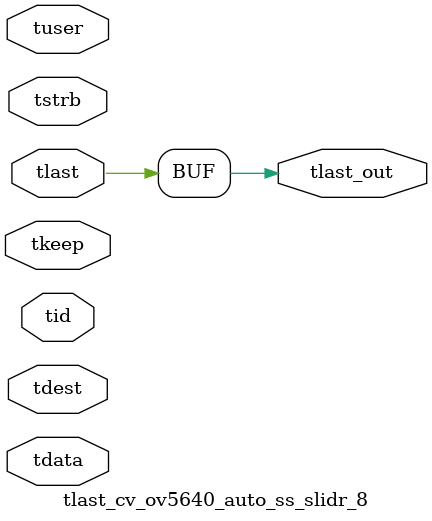
<source format=v>


`timescale 1ps/1ps

module tlast_cv_ov5640_auto_ss_slidr_8 #
(
parameter C_S_AXIS_TID_WIDTH   = 1,
parameter C_S_AXIS_TUSER_WIDTH = 0,
parameter C_S_AXIS_TDATA_WIDTH = 0,
parameter C_S_AXIS_TDEST_WIDTH = 0
)
(
input  [(C_S_AXIS_TID_WIDTH   == 0 ? 1 : C_S_AXIS_TID_WIDTH)-1:0       ] tid,
input  [(C_S_AXIS_TDATA_WIDTH == 0 ? 1 : C_S_AXIS_TDATA_WIDTH)-1:0     ] tdata,
input  [(C_S_AXIS_TUSER_WIDTH == 0 ? 1 : C_S_AXIS_TUSER_WIDTH)-1:0     ] tuser,
input  [(C_S_AXIS_TDEST_WIDTH == 0 ? 1 : C_S_AXIS_TDEST_WIDTH)-1:0     ] tdest,
input  [(C_S_AXIS_TDATA_WIDTH/8)-1:0 ] tkeep,
input  [(C_S_AXIS_TDATA_WIDTH/8)-1:0 ] tstrb,
input  [0:0]                                                             tlast,
output                                                                   tlast_out
);

assign tlast_out = {tlast};

endmodule


</source>
